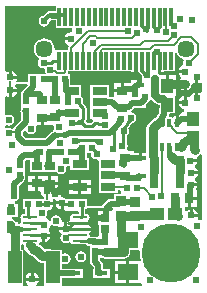
<source format=gbl>
G04*
G04 #@! TF.GenerationSoftware,Altium Limited,Altium Designer,23.3.1 (30)*
G04*
G04 Layer_Physical_Order=4*
G04 Layer_Color=16711680*
%FSLAX44Y44*%
%MOMM*%
G71*
G04*
G04 #@! TF.SameCoordinates,3788C411-BF41-4264-93CF-D4AFF9625904*
G04*
G04*
G04 #@! TF.FilePolarity,Positive*
G04*
G01*
G75*
%ADD22R,0.9000X0.8000*%
%ADD23R,0.8500X0.4500*%
%ADD24R,0.6000X0.5500*%
%ADD34C,0.2000*%
%ADD35C,0.2800*%
%ADD36C,0.2200*%
%ADD37C,0.4000*%
%ADD38C,0.3000*%
%ADD39C,0.5000*%
%ADD40C,0.6000*%
%ADD41C,0.8000*%
%ADD42C,0.6200*%
%ADD43C,1.4500*%
%ADD44C,5.0000*%
%ADD45R,0.2000X0.5500*%
%ADD47C,0.7000*%
%ADD48R,0.5500X0.6000*%
%ADD49R,1.3000X0.7000*%
%ADD50R,0.8000X2.7000*%
%ADD51R,1.0121X1.2084*%
G04:AMPARAMS|DCode=52|XSize=0.4mm|YSize=0.65mm|CornerRadius=0.05mm|HoleSize=0mm|Usage=FLASHONLY|Rotation=180.000|XOffset=0mm|YOffset=0mm|HoleType=Round|Shape=RoundedRectangle|*
%AMROUNDEDRECTD52*
21,1,0.4000,0.5500,0,0,180.0*
21,1,0.3000,0.6500,0,0,180.0*
1,1,0.1000,-0.1500,0.2750*
1,1,0.1000,0.1500,0.2750*
1,1,0.1000,0.1500,-0.2750*
1,1,0.1000,-0.1500,-0.2750*
%
%ADD52ROUNDEDRECTD52*%
%ADD53R,1.3061X1.0582*%
%ADD54R,0.7500X0.9000*%
%ADD55R,0.9062X0.9051*%
%ADD56R,1.7582X1.3555*%
%ADD57O,1.3500X0.2500*%
%ADD58R,0.5500X0.5500*%
%ADD59R,1.1500X2.7000*%
%ADD60R,1.1064X0.4156*%
%ADD61R,0.5200X0.5200*%
%ADD62R,0.7500X0.8000*%
%ADD63R,0.6500X0.6500*%
%ADD64R,0.3000X1.5000*%
%ADD65C,0.3500*%
%ADD66C,0.2500*%
G36*
X47000Y237059D02*
X42235D01*
X42235Y237059D01*
X41064Y236826D01*
X40072Y236163D01*
X40072Y236163D01*
X36920Y233011D01*
X35522Y232733D01*
X34000Y231716D01*
X32984Y230195D01*
X32627Y228400D01*
X32984Y226605D01*
X34000Y225084D01*
X35522Y224067D01*
X37317Y223710D01*
X39111Y224067D01*
X40633Y225084D01*
X41650Y226605D01*
X42007Y228400D01*
X43064Y229174D01*
X44235Y228941D01*
X47000D01*
Y223000D01*
X60443D01*
X61180Y221730D01*
X60816Y219900D01*
X60083Y219167D01*
X57882Y218730D01*
X56017Y217483D01*
X54770Y215618D01*
X54585Y214687D01*
X60083D01*
Y212147D01*
X54585D01*
X54770Y211216D01*
X56017Y209351D01*
X57527Y208342D01*
X57698Y208055D01*
X57909Y207175D01*
X57920Y206802D01*
X57645Y206390D01*
X57451Y205414D01*
Y204000D01*
X47475D01*
X46324Y204990D01*
X46325Y205000D01*
X46025Y207284D01*
X45143Y209413D01*
X43741Y211241D01*
X41913Y212643D01*
X39784Y213525D01*
X37500Y213825D01*
X35216Y213525D01*
X33087Y212643D01*
X31259Y211241D01*
X29857Y209413D01*
X28975Y207284D01*
X28674Y205000D01*
X28975Y202716D01*
X29857Y200587D01*
X31259Y198759D01*
X32828Y197556D01*
X33097Y197108D01*
X33144Y195959D01*
X32467Y194945D01*
X32110Y193150D01*
X32467Y191355D01*
X33484Y189834D01*
X35005Y188817D01*
X36800Y188460D01*
X37045Y188509D01*
X37943Y187611D01*
X37812Y186950D01*
X38169Y185155D01*
X38426Y184770D01*
X37747Y183500D01*
X23750D01*
Y179394D01*
X23672Y179000D01*
X23672Y179000D01*
Y177619D01*
X23605Y177415D01*
X22686Y176624D01*
X14303D01*
X13625Y177894D01*
X14063Y178549D01*
X14248Y179480D01*
X10095D01*
X9750Y179623D01*
X8750D01*
Y180750D01*
X7480D01*
Y186248D01*
X6549Y186063D01*
X5414Y185304D01*
X4144Y185983D01*
Y240856D01*
X47000D01*
Y237059D01*
D02*
G37*
G36*
X149857Y200587D02*
X151259Y198759D01*
X153087Y197357D01*
X154993Y196568D01*
X155387Y195835D01*
X155571Y195147D01*
X155175Y194554D01*
X154818Y192759D01*
X155002Y191831D01*
X154407Y190939D01*
X152541Y189693D01*
X151295Y187827D01*
X151110Y186896D01*
X156608D01*
Y184356D01*
X151110D01*
X151295Y183426D01*
X152541Y181560D01*
X153270Y181073D01*
Y179803D01*
X152541Y179316D01*
X151295Y177451D01*
X151110Y176520D01*
X156608D01*
Y175250D01*
X157878D01*
Y169752D01*
X158808Y169937D01*
X160674Y171184D01*
X161920Y173049D01*
X162358Y175250D01*
X162310Y175490D01*
X163453Y176254D01*
X164300Y175688D01*
X165231Y175503D01*
Y181001D01*
X167771D01*
Y175503D01*
X168701Y175688D01*
X169587Y176279D01*
X170856Y175600D01*
Y168401D01*
X169587Y167722D01*
X168701Y168314D01*
X167771Y168499D01*
Y163001D01*
X165231D01*
Y168499D01*
X164300Y168314D01*
X162435Y167067D01*
X161188Y165201D01*
X161109Y164803D01*
X159698Y164218D01*
X158808Y164813D01*
X157878Y164998D01*
Y159500D01*
X156608D01*
Y158230D01*
X151110D01*
X151295Y157299D01*
X152541Y155434D01*
X154407Y154187D01*
X155649Y153940D01*
Y151347D01*
X154407Y151100D01*
X152541Y149853D01*
X151355Y148079D01*
X151250Y148100D01*
X151020D01*
Y142250D01*
X148480D01*
Y148100D01*
X148250D01*
X147064Y147864D01*
X146058Y147192D01*
X145753Y146735D01*
X145530Y146884D01*
X144750Y147039D01*
X143725D01*
X143468Y147264D01*
X142843Y148309D01*
X143018Y149189D01*
X143748Y150208D01*
X148061D01*
Y165205D01*
X149101D01*
Y172517D01*
X141500D01*
Y173787D01*
X140230D01*
Y182369D01*
X135179D01*
X135021Y182605D01*
X133367Y183710D01*
X133592Y184960D01*
X133730D01*
Y195000D01*
X136270D01*
Y184960D01*
X139040D01*
Y186000D01*
X148000D01*
Y201751D01*
X149270Y202004D01*
X149857Y200587D01*
D02*
G37*
G36*
X116270Y184960D02*
X117148D01*
X117174Y184830D01*
X117837Y183837D01*
X119462Y182212D01*
X119767Y180681D01*
X120182Y180060D01*
X119503Y178790D01*
X118770D01*
Y174000D01*
X116230D01*
Y178790D01*
X110710D01*
Y177240D01*
X110540Y176040D01*
X104770D01*
Y169500D01*
X103500D01*
Y168230D01*
X96460D01*
Y164801D01*
X95190Y163759D01*
X95040Y163788D01*
X95040Y163788D01*
X92500D01*
Y174250D01*
X76500D01*
Y164250D01*
Y154750D01*
Y145250D01*
X78058D01*
X78443Y143980D01*
X78309Y143890D01*
X76825Y142406D01*
X73395D01*
X72341Y143461D01*
Y143808D01*
X72982Y144767D01*
X73207Y145899D01*
Y154750D01*
X72982Y155882D01*
X72341Y156841D01*
X70007Y159175D01*
X70313Y160714D01*
X69956Y162509D01*
X68939Y164031D01*
X68500Y164324D01*
Y174250D01*
X59576D01*
Y178502D01*
X59576Y178502D01*
X59266Y180063D01*
X59250Y180087D01*
Y183500D01*
X58083D01*
X57369Y184674D01*
X57370Y184770D01*
X57549Y185672D01*
Y186000D01*
X110960D01*
Y184960D01*
X113730D01*
Y195000D01*
X116270D01*
Y184960D01*
D02*
G37*
G36*
X23212Y173730D02*
X20116Y170634D01*
X20116Y170634D01*
X18866Y169384D01*
X17982Y168061D01*
X17691Y166598D01*
X17250Y165500D01*
X17250Y165500D01*
X17250Y165500D01*
Y152394D01*
X17172Y152000D01*
X17250Y151606D01*
Y148000D01*
X17422D01*
Y144280D01*
X12219Y139078D01*
X12116Y139009D01*
X11232Y137686D01*
X9888Y137437D01*
X9295Y137833D01*
X7500Y138190D01*
X5705Y137833D01*
X5414Y137638D01*
X4144Y138317D01*
Y139502D01*
X5187Y140186D01*
X5414Y140158D01*
X7164Y139810D01*
X8959Y140167D01*
X10480Y141184D01*
X11497Y142705D01*
X11854Y144500D01*
X11497Y146295D01*
X10480Y147816D01*
X8959Y148833D01*
X7164Y149190D01*
X5414Y148842D01*
X5187Y148814D01*
X4144Y149498D01*
Y164517D01*
X5414Y165196D01*
X6549Y164437D01*
X7480Y164252D01*
Y169750D01*
X8750D01*
Y170875D01*
X9750D01*
X10100Y171020D01*
X14248D01*
X14063Y171951D01*
X12874Y173730D01*
X12974Y174179D01*
X13331Y175000D01*
X22686D01*
X23212Y173730D01*
D02*
G37*
G36*
X130764Y159141D02*
X132417Y158035D01*
X134368Y157647D01*
X134939D01*
Y155583D01*
X134861Y155189D01*
X134861Y155189D01*
Y150879D01*
X133866Y149884D01*
X132982Y148561D01*
X132912Y148209D01*
X130954Y146250D01*
X130604Y146181D01*
X128785Y144965D01*
X125285Y141465D01*
X124069Y139646D01*
X123642Y137500D01*
Y117040D01*
X120270D01*
Y112250D01*
X117730D01*
Y117040D01*
X113040D01*
Y118790D01*
X108074D01*
X107395Y120060D01*
X107833Y120716D01*
X108190Y122511D01*
X107833Y124306D01*
X107000Y125553D01*
Y131747D01*
X107902Y132350D01*
X108919Y133872D01*
X109276Y135666D01*
X108919Y137461D01*
X108614Y137917D01*
X109261Y138564D01*
X109902Y139524D01*
X110127Y140655D01*
Y140777D01*
X111269Y141919D01*
X112550Y142174D01*
X114072Y143191D01*
X115089Y144712D01*
X115445Y146507D01*
X115089Y148302D01*
X114072Y149824D01*
X112550Y150840D01*
X110939Y151161D01*
X110677Y151812D01*
X110599Y152425D01*
X111634Y153116D01*
X113189Y154672D01*
X117250D01*
X117250Y154672D01*
X118507Y154922D01*
X119000D01*
X119000Y154922D01*
X120561Y155232D01*
X120588Y155250D01*
X123250D01*
Y157482D01*
X125554Y159787D01*
X125554Y159787D01*
X126034Y160505D01*
X126216Y160627D01*
X126740Y161410D01*
X126870Y161493D01*
X128318Y161586D01*
X130764Y159141D01*
D02*
G37*
G36*
X36770Y140210D02*
X42540D01*
Y140460D01*
X44716D01*
X45726Y139190D01*
X45559Y138350D01*
X45782Y137230D01*
X45020Y135784D01*
X44939Y135768D01*
X43616Y134884D01*
X37811Y129078D01*
X21689D01*
X19078Y131689D01*
Y134402D01*
X20427Y135751D01*
X21651Y135499D01*
X21791Y135318D01*
X22784Y133834D01*
X24305Y132817D01*
X26100Y132460D01*
X27895Y132817D01*
X29416Y133834D01*
X30433Y135355D01*
X30790Y137150D01*
X30433Y138945D01*
X30336Y139090D01*
X30935Y140210D01*
X34230D01*
Y146750D01*
X36770D01*
Y140210D01*
D02*
G37*
G36*
X76930Y116000D02*
X77287Y114205D01*
X78304Y112684D01*
X79825Y111667D01*
X81620Y111310D01*
X82230Y111431D01*
X83500Y110389D01*
Y102250D01*
Y92750D01*
Y83250D01*
X99500D01*
Y85076D01*
X101852D01*
X102750Y84178D01*
Y82750D01*
X102023Y81781D01*
X96219D01*
Y77809D01*
X93730D01*
X92170Y77498D01*
X90847Y76614D01*
X90847Y76614D01*
X86366Y72134D01*
X86025Y71624D01*
X73500D01*
Y77500D01*
X65000D01*
Y77500D01*
X64500D01*
Y77500D01*
X56053D01*
X55739Y77970D01*
X54217Y78987D01*
X52422Y79344D01*
X52299Y79319D01*
X51455Y80446D01*
X51561Y80980D01*
X46063D01*
Y83520D01*
X51561D01*
X51376Y84451D01*
X50129Y86316D01*
X49040Y87044D01*
Y89480D01*
X42000D01*
Y90750D01*
X40730D01*
Y97290D01*
X38040D01*
Y97540D01*
X32270D01*
Y91000D01*
X31000D01*
D01*
X32270D01*
Y84460D01*
X33807D01*
X34187Y82549D01*
X35434Y80684D01*
X36876Y79720D01*
Y78968D01*
X36750Y77750D01*
X28250D01*
Y77750D01*
X27750D01*
Y77750D01*
X19250D01*
Y69250D01*
X20696D01*
Y65054D01*
X20000D01*
X18927Y64840D01*
X18017Y64233D01*
X17409Y63323D01*
X17196Y62250D01*
X17409Y61177D01*
X17790Y60608D01*
X17932Y59750D01*
X17790Y58892D01*
X17409Y58323D01*
X17196Y57250D01*
X16047Y56519D01*
X15750Y56578D01*
X14750D01*
Y58250D01*
X13092D01*
X13083Y58295D01*
X12066Y59816D01*
X10545Y60833D01*
X9806Y60980D01*
X9931Y62250D01*
X14750D01*
Y73250D01*
X13279D01*
X12566Y74316D01*
X12511Y74354D01*
X12779Y75702D01*
X13155Y75777D01*
X14676Y76793D01*
X15693Y78315D01*
X16050Y80110D01*
X15968Y80520D01*
X16078Y81075D01*
X16078Y81075D01*
Y89061D01*
X20134Y93116D01*
X20557Y93750D01*
X21000D01*
Y94412D01*
X21018Y94439D01*
X21328Y96000D01*
X21328Y96000D01*
Y96750D01*
X21018Y98311D01*
X21000Y98338D01*
Y106606D01*
X21078Y107000D01*
X21078Y107000D01*
Y110203D01*
X21618Y110743D01*
X25000D01*
Y100500D01*
X36000D01*
Y100250D01*
X47895D01*
X47936Y100189D01*
X49458Y99172D01*
X51252Y98815D01*
X53047Y99172D01*
X54569Y100189D01*
X55586Y101710D01*
X55943Y103505D01*
X55729Y104579D01*
X55586Y105300D01*
X56651Y105959D01*
X57193Y106067D01*
X58230Y106760D01*
X59500Y106147D01*
Y102250D01*
X75500D01*
Y112250D01*
X73328D01*
Y116500D01*
X76519D01*
X76930Y116000D01*
D02*
G37*
G36*
X170856Y115205D02*
Y60401D01*
X169587Y59722D01*
X168701Y60313D01*
X167721Y60508D01*
X167235Y61682D01*
X167314Y61800D01*
X167499Y62731D01*
X162001D01*
Y64001D01*
X160731D01*
Y69499D01*
X159800Y69314D01*
X157935Y68067D01*
X157561Y67508D01*
X156291Y67893D01*
Y71210D01*
X158980D01*
Y78250D01*
X160250D01*
Y79520D01*
X166540D01*
Y85290D01*
X166418D01*
X165740Y86560D01*
X166571Y87804D01*
X166756Y88734D01*
X161258D01*
Y91274D01*
X166756D01*
X166571Y92205D01*
X165398Y93960D01*
X165251Y94373D01*
Y95389D01*
X166067Y95934D01*
X167314Y97800D01*
X167499Y98731D01*
X162001D01*
Y101271D01*
X167499D01*
X167314Y102201D01*
X166067Y104067D01*
X165063Y104738D01*
Y106265D01*
X165166Y106334D01*
X166413Y108199D01*
X166598Y109130D01*
X161100D01*
Y111670D01*
X166598D01*
X166413Y112601D01*
X166875Y113715D01*
X167396Y113819D01*
X169215Y115035D01*
X169587Y115590D01*
X170856Y115205D01*
D02*
G37*
G36*
X46282Y77457D02*
X47031Y76458D01*
X46925Y75924D01*
X52422D01*
Y74654D01*
X53692D01*
Y69153D01*
X54960Y68155D01*
Y67960D01*
X65540D01*
X66446Y67082D01*
Y65054D01*
X62000D01*
X60927Y64840D01*
X60017Y64233D01*
X59409Y63323D01*
X59196Y62250D01*
X59409Y61177D01*
X59483Y61067D01*
X59268Y59982D01*
X58605Y58991D01*
X57703Y58065D01*
X56773Y58250D01*
Y52753D01*
X55503D01*
Y51483D01*
X50005D01*
X50190Y50552D01*
X51437Y48686D01*
X52124Y48227D01*
X51167Y46795D01*
X50810Y45000D01*
X51167Y43205D01*
X52184Y41684D01*
X53705Y40667D01*
X55500Y40310D01*
X57295Y40667D01*
X58108Y41210D01*
X59303Y41180D01*
X59644Y40826D01*
X60017Y40267D01*
X60927Y39660D01*
X62000Y39446D01*
X72563D01*
X72616Y39366D01*
X73016Y38966D01*
X73016Y38966D01*
X74339Y38082D01*
X75900Y37772D01*
X76150Y36528D01*
Y29650D01*
X76172D01*
Y24750D01*
X76172Y24750D01*
X76482Y23189D01*
X77366Y21866D01*
X79172Y20061D01*
Y18328D01*
X78648D01*
Y11172D01*
X81827D01*
X82111Y10982D01*
X83672Y10672D01*
X83672Y10672D01*
X85680D01*
X87241Y10982D01*
X87525Y11172D01*
X92712D01*
Y18328D01*
X87525D01*
X87328Y18459D01*
Y21750D01*
X87018Y23311D01*
X86134Y24634D01*
X86134Y24634D01*
X84328Y26439D01*
Y27155D01*
X84631Y27940D01*
X85925Y28190D01*
X86854Y27569D01*
X89000Y27142D01*
X104500D01*
X106646Y27569D01*
X108465Y28785D01*
X108715Y29035D01*
X109931Y30854D01*
X110358Y33000D01*
Y34486D01*
X117340D01*
X118514Y33216D01*
X118418Y32000D01*
X118745Y27842D01*
X119175Y26051D01*
X118389Y25054D01*
X109520D01*
Y15737D01*
Y6419D01*
X119581D01*
X120000Y5322D01*
Y4143D01*
X52915Y4143D01*
X52000Y5413D01*
Y10672D01*
X62820D01*
X64381Y10982D01*
X64665Y11172D01*
X69852D01*
Y18328D01*
X64665D01*
X64381Y18518D01*
X62820Y18828D01*
X52000D01*
Y22481D01*
X53120Y23080D01*
X53305Y22956D01*
X55100Y22599D01*
X56895Y22956D01*
X58416Y23972D01*
X59433Y25494D01*
X59790Y27289D01*
X59433Y29084D01*
X58416Y30605D01*
X56895Y31622D01*
X55100Y31979D01*
X53305Y31622D01*
X53120Y31498D01*
X52000Y32097D01*
Y35000D01*
X43542D01*
X43000Y35108D01*
X37573D01*
X34215Y38465D01*
X33393Y39014D01*
X33296Y39312D01*
X33236Y40647D01*
X33590Y41177D01*
X34577Y41586D01*
X34799Y41437D01*
X35730Y41252D01*
Y46750D01*
X37000D01*
Y48020D01*
X42498D01*
X42313Y48951D01*
X41066Y50816D01*
Y51934D01*
X42313Y53799D01*
X42751Y56000D01*
X42738Y56061D01*
X43935Y56556D01*
X44184Y56184D01*
X45705Y55167D01*
X47500Y54810D01*
X48923Y55093D01*
X49802Y54447D01*
X50026Y54128D01*
X50005Y54023D01*
X54233D01*
Y58250D01*
X53302Y58065D01*
X53184Y57986D01*
X52041Y58750D01*
X52190Y59500D01*
X51833Y61295D01*
X50816Y62816D01*
X49295Y63833D01*
X47500Y64190D01*
X45705Y63833D01*
X44184Y62816D01*
X43167Y61295D01*
X42847Y59687D01*
X42269Y59415D01*
X41575Y59305D01*
X41066Y60066D01*
X39201Y61313D01*
X38802Y61392D01*
X38534Y62740D01*
X38675Y62835D01*
X39692Y64356D01*
X40049Y66151D01*
X39922Y66789D01*
X40884Y68275D01*
X41701Y68437D01*
X43566Y69684D01*
X44813Y71549D01*
X44998Y72480D01*
X39500D01*
Y74876D01*
X40500D01*
X40847Y75020D01*
X44998D01*
X44813Y75951D01*
X44467Y76469D01*
X45126Y77512D01*
X46282Y77457D01*
D02*
G37*
G36*
X95179Y68692D02*
X94922Y68431D01*
X94287Y67790D01*
X89770D01*
Y62000D01*
X88500D01*
Y60730D01*
X82710D01*
Y56210D01*
X83750D01*
Y47250D01*
X83750D01*
X83815Y47120D01*
X83031Y45850D01*
X80544D01*
X80150Y45928D01*
X80150Y45928D01*
X77195D01*
X77061Y46018D01*
X75616Y46305D01*
X75804Y47250D01*
X75590Y48323D01*
X75517Y48433D01*
X75732Y49518D01*
X76570Y50771D01*
X76612Y50980D01*
X67500D01*
Y53520D01*
X76612D01*
X76570Y53729D01*
X75888Y54750D01*
X76570Y55771D01*
X76612Y55980D01*
X67500D01*
Y58520D01*
X76612D01*
X76570Y58729D01*
X75732Y59982D01*
X75517Y61067D01*
X75590Y61177D01*
X75804Y62250D01*
X75590Y63323D01*
X74983Y64233D01*
X74073Y64840D01*
X73000Y65054D01*
X72054D01*
Y69000D01*
X73500D01*
Y70000D01*
X95179D01*
Y68692D01*
D02*
G37*
G36*
X19258Y39201D02*
X19955Y38785D01*
X20151Y37796D01*
X20142Y37750D01*
X20569Y35604D01*
X21785Y33785D01*
X25035Y30535D01*
X26854Y29319D01*
X27661Y29159D01*
X31285Y25535D01*
X33104Y24319D01*
X35250Y23892D01*
X37500D01*
Y5000D01*
X36585Y4143D01*
X30672D01*
X30287Y5413D01*
X31067Y5934D01*
X32313Y7800D01*
X32499Y8731D01*
X21503D01*
X21688Y7800D01*
X22935Y5934D01*
X23714Y5413D01*
X23329Y4143D01*
X20415D01*
X19500Y5413D01*
Y35000D01*
X17858D01*
Y38516D01*
X18941Y39299D01*
X19258Y39201D01*
D02*
G37*
%LPC*%
G36*
X10020Y186248D02*
Y182020D01*
X14248D01*
X14063Y182951D01*
X12816Y184816D01*
X10951Y186063D01*
X10020Y186248D01*
D02*
G37*
G36*
X149101Y182369D02*
X142770D01*
Y175057D01*
X149101D01*
Y182369D01*
D02*
G37*
G36*
X155337Y173980D02*
X151110D01*
X151295Y173049D01*
X152541Y171184D01*
X154407Y169937D01*
X155337Y169752D01*
Y173980D01*
D02*
G37*
G36*
Y164998D02*
X154407Y164813D01*
X152541Y163566D01*
X151295Y161701D01*
X151110Y160770D01*
X155337D01*
Y164998D01*
D02*
G37*
G36*
X102230Y176040D02*
X96460D01*
Y170770D01*
X102230D01*
Y176040D01*
D02*
G37*
G36*
X14248Y168480D02*
X10020D01*
Y164252D01*
X10951Y164437D01*
X12816Y165684D01*
X14063Y167549D01*
X14248Y168480D01*
D02*
G37*
G36*
X29730Y97540D02*
X23960D01*
Y92270D01*
X29730D01*
Y97540D01*
D02*
G37*
G36*
X49040Y97290D02*
X43270D01*
Y92020D01*
X49040D01*
Y97290D01*
D02*
G37*
G36*
X76540Y94290D02*
X68770D01*
Y89520D01*
X76540D01*
Y94290D01*
D02*
G37*
G36*
X66230D02*
X58460D01*
Y89520D01*
X66230D01*
Y94290D01*
D02*
G37*
G36*
X29730Y89730D02*
X23960D01*
Y84460D01*
X29730D01*
Y89730D01*
D02*
G37*
G36*
X76540Y86980D02*
X68770D01*
Y82210D01*
X76540D01*
Y86980D01*
D02*
G37*
G36*
X66230D02*
X58460D01*
Y82210D01*
X66230D01*
Y86980D01*
D02*
G37*
G36*
X166540Y76980D02*
X161520D01*
Y71210D01*
X166540D01*
Y76980D01*
D02*
G37*
G36*
X163271Y69499D02*
Y65271D01*
X167499D01*
X167314Y66201D01*
X166067Y68067D01*
X164201Y69314D01*
X163271Y69499D01*
D02*
G37*
G36*
X51152Y73383D02*
X46925D01*
X47110Y72453D01*
X48356Y70587D01*
X50222Y69341D01*
X51152Y69156D01*
Y73383D01*
D02*
G37*
G36*
X42498Y45480D02*
X38270D01*
Y41252D01*
X39201Y41437D01*
X41066Y42684D01*
X42313Y44549D01*
X42498Y45480D01*
D02*
G37*
G36*
X68250Y33440D02*
X66455Y33083D01*
X64934Y32066D01*
X63917Y30545D01*
X63560Y28750D01*
X63917Y26955D01*
X64934Y25434D01*
X66455Y24417D01*
X68250Y24060D01*
X70045Y24417D01*
X71566Y25434D01*
X72583Y26955D01*
X72940Y28750D01*
X72583Y30545D01*
X71566Y32066D01*
X70045Y33083D01*
X68250Y33440D01*
D02*
G37*
G36*
X106980Y25054D02*
X96919D01*
Y17006D01*
X106980D01*
Y25054D01*
D02*
G37*
G36*
Y14467D02*
X96919D01*
Y6419D01*
X106980D01*
Y14467D01*
D02*
G37*
G36*
X87230Y67790D02*
X82710D01*
Y63270D01*
X87230D01*
Y67790D01*
D02*
G37*
G36*
X28271Y15498D02*
Y11271D01*
X32499D01*
X32313Y12201D01*
X31067Y14067D01*
X29201Y15313D01*
X28271Y15498D01*
D02*
G37*
G36*
X25731D02*
X24800Y15313D01*
X22935Y14067D01*
X21688Y12201D01*
X21503Y11271D01*
X25731D01*
Y15498D01*
D02*
G37*
%LPD*%
D22*
X35500Y161750D02*
D03*
Y146750D02*
D03*
X46750Y162000D02*
D03*
Y147000D02*
D03*
X103500Y154500D02*
D03*
Y169500D02*
D03*
X42000Y90750D02*
D03*
Y105750D02*
D03*
X31000Y91000D02*
D03*
Y106000D02*
D03*
X106000Y112250D02*
D03*
Y97250D02*
D03*
D23*
X117500Y174000D02*
D03*
Y159000D02*
D03*
X119000Y97250D02*
D03*
Y112250D02*
D03*
D24*
X115750Y87000D02*
D03*
X107250D02*
D03*
X54750Y179250D02*
D03*
X46250D02*
D03*
X36750D02*
D03*
X28250D02*
D03*
X77750Y120750D02*
D03*
X69250D02*
D03*
X33750Y118000D02*
D03*
X42250D02*
D03*
X51250Y117750D02*
D03*
X59750D02*
D03*
D34*
X92454Y88250D02*
X93079Y87625D01*
X106625D01*
X107250Y87000D01*
X7500Y133500D02*
X8304Y134304D01*
X80000Y195000D02*
X80000Y195000D01*
X80000Y203330D02*
X85170Y208500D01*
X80000Y195000D02*
Y203330D01*
X85000Y203381D02*
X86619Y205000D01*
X85000Y195000D02*
Y203381D01*
X86619Y205000D02*
X127000D01*
X85170Y208500D02*
X118760D01*
X111787Y214302D02*
X115835Y218350D01*
X81070Y215600D02*
X82367Y214302D01*
X74346Y219761D02*
X108214D01*
X108356Y219902D01*
X82367Y214302D02*
X111787D01*
X70000Y209170D02*
X76430Y215600D01*
X70000Y195000D02*
Y209170D01*
X76430Y215600D02*
X81070D01*
X115835Y218350D02*
X116169D01*
X115750Y87000D02*
X121500D01*
X128743Y79757D01*
Y79676D02*
Y79757D01*
X8304Y134304D02*
X13179D01*
X15000Y136125D01*
X24500Y42019D02*
X24731Y42250D01*
X24500Y40000D02*
Y42019D01*
X60000Y205414D02*
X74346Y219761D01*
X145000Y226000D02*
X146553Y224447D01*
X147248Y216751D02*
X147507D01*
X142247Y211750D02*
X147248Y216751D01*
X146553Y224447D02*
X147257D01*
X159508Y192759D02*
Y193219D01*
X167250Y200961D01*
Y209039D01*
X146961Y208250D02*
X153461Y214750D01*
X161539D01*
X167250Y209039D01*
X140000Y232000D02*
X140057Y231943D01*
Y218968D02*
Y231943D01*
Y218968D02*
X140114Y218911D01*
X145000Y226000D02*
Y232000D01*
X118760Y208500D02*
X122010Y211750D01*
X142247D01*
X130250Y208250D02*
X146961D01*
X127000Y205000D02*
X130250Y208250D01*
X42502Y186950D02*
X43497Y185956D01*
X46509D01*
X163250Y129750D02*
Y129939D01*
X159189Y134000D02*
X163250Y129939D01*
X149507Y134000D02*
X159189D01*
X143250Y141000D02*
Y142250D01*
Y141000D02*
X145250Y139000D01*
Y138257D02*
Y139000D01*
Y138257D02*
X149507Y134000D01*
X136750Y115786D02*
X137000Y115535D01*
X136750Y115786D02*
Y121750D01*
X137000Y80901D02*
Y115535D01*
X136416Y80317D02*
X137000Y80901D01*
X58612Y47250D02*
X67500D01*
X56362Y45000D02*
X58612Y47250D01*
X55500Y45000D02*
X56362D01*
X60000Y195000D02*
Y205414D01*
X55000Y185672D02*
Y195000D01*
X46509Y185956D02*
X47965Y184500D01*
X53828D01*
X55000Y185672D01*
D35*
X65623Y159794D02*
X67000Y158417D01*
X59200Y169250D02*
X59546D01*
X57880Y168340D02*
X58290D01*
X57650Y168110D02*
X57716Y168044D01*
Y160254D02*
Y168044D01*
X57650Y168110D02*
X57880Y168340D01*
X65623Y159794D02*
Y160714D01*
X61250Y142150D02*
X61549Y142449D01*
X69170D01*
X70250Y145899D02*
Y154750D01*
X66136Y143650D02*
X66335Y143850D01*
X68201D02*
X70250Y145899D01*
X67000Y158000D02*
X70250Y154750D01*
X66335Y143850D02*
X68201D01*
X67000Y158000D02*
Y158417D01*
X96000Y137121D02*
Y138878D01*
X80400Y141800D02*
X82719D01*
X83068Y141451D01*
X88459D02*
X89110Y140801D01*
X96000Y120650D02*
Y137121D01*
X83068Y141451D02*
X88459D01*
X84755Y126000D02*
X85130Y126375D01*
X78050Y139450D02*
X80400Y141800D01*
X69170Y142449D02*
X72170Y139450D01*
X78050D01*
X63155Y127000D02*
X66092D01*
X63056Y126900D02*
X63155Y127000D01*
X95675Y120325D02*
X96000Y120650D01*
X103384Y136868D02*
X107170Y140655D01*
Y142002D01*
X110755Y145587D02*
Y146507D01*
X104043Y123054D02*
Y135124D01*
X103500Y122511D02*
X104043Y123054D01*
Y135124D02*
X104586Y135666D01*
X107170Y142002D02*
X110755Y145587D01*
X80330Y128000D02*
X82330Y126000D01*
X66092Y127000D02*
X67092Y128000D01*
X80330D01*
X80969Y116650D02*
X81620Y116000D01*
X116545Y96005D02*
X117006D01*
Y96756D01*
X116150Y96400D02*
X116545Y96005D01*
X117006Y96756D02*
X117500Y97250D01*
X116150Y94400D02*
Y96400D01*
X117500Y97250D02*
X119000D01*
X77750Y120750D02*
X78000D01*
X80969Y117781D01*
Y116650D02*
Y117781D01*
D36*
X36800Y193150D02*
X43019D01*
X44869Y195000D01*
X50000D01*
D37*
X46500Y132000D02*
X47816D01*
X132750Y143000D02*
X136750Y147000D01*
X132750Y141000D02*
X136750D01*
X132750D02*
Y143000D01*
X149750Y122000D02*
X152750D01*
X15750Y52500D02*
X16000Y52250D01*
X17500D01*
X149750Y121750D02*
Y122000D01*
X143250Y115250D02*
Y121750D01*
Y115250D02*
X144250Y114250D01*
X136750Y141000D02*
Y142250D01*
Y147000D01*
D38*
X132593Y202650D02*
X135000Y200243D01*
X115000Y184636D02*
Y195000D01*
Y184636D02*
X118000Y181636D01*
X131038Y202038D02*
X131981D01*
X132593Y202650D01*
X132500Y220616D02*
Y221269D01*
X132515Y220795D02*
X132536D01*
X130000Y223310D02*
Y232000D01*
Y223310D02*
X132515Y220795D01*
X132500Y221269D02*
X135000Y223769D01*
Y232000D01*
X120000Y223981D02*
X123239Y220742D01*
X124292Y219689D01*
X123239Y220742D02*
Y221400D01*
X117500Y174250D02*
X118000Y174750D01*
Y181636D01*
X120000Y186000D02*
X123525Y182475D01*
X117500Y174000D02*
Y174250D01*
X123525Y182475D02*
X124100D01*
X42235Y234000D02*
X55000D01*
X37317Y229082D02*
X42235Y234000D01*
X37317Y228400D02*
Y229082D01*
X42235Y234000D02*
X44235Y232000D01*
X123239Y221400D02*
X123495D01*
X122942Y183058D02*
X125000Y185116D01*
Y195000D01*
X135000D02*
Y200243D01*
X120000Y186000D02*
Y195000D01*
X130000Y201000D02*
X131038Y202038D01*
X123495Y221400D02*
X125000Y222906D01*
Y232000D01*
X130000Y195000D02*
Y201000D01*
X120000Y223981D02*
Y232000D01*
X44235D02*
X50000D01*
X55000D02*
Y234000D01*
D39*
X50075Y151250D02*
X51035Y150290D01*
X49750Y151250D02*
X50075D01*
X49738Y150871D02*
Y151195D01*
X57716Y160254D02*
Y167766D01*
X58290Y168340D01*
X16849Y106849D02*
X17000Y107000D01*
Y111892D01*
X19929Y114821D02*
X28500D01*
X17000Y111892D02*
X19929Y114821D01*
X17250Y96000D02*
Y96750D01*
X12000Y90750D02*
X17250Y96000D01*
X15000Y134304D02*
Y136091D01*
X92051Y133701D02*
X92350Y134000D01*
X92879D01*
X15000Y130000D02*
Y134304D01*
X74876Y134000D02*
X75175Y133701D01*
X58000Y134000D02*
X74876D01*
X75175Y133701D02*
X92051D01*
X101770Y145527D02*
X102000Y145757D01*
X101770Y142892D02*
Y145527D01*
X92879Y134000D02*
X96000Y137121D01*
X101770Y142892D01*
X21250Y152000D02*
X21500Y152250D01*
Y152500D01*
Y142591D02*
Y152250D01*
X15000Y136091D02*
Y136125D01*
Y136091D02*
X21500Y142591D01*
Y161000D02*
X21750Y161250D01*
Y166500D02*
X24500Y169250D01*
X21750Y161250D02*
Y166500D01*
X56000Y132000D02*
X58000Y134000D01*
X53711Y132000D02*
X56000D01*
X50000Y149750D02*
Y151000D01*
X47000Y146750D02*
X50000Y149750D01*
X39500Y125000D02*
X46500Y132000D01*
X35500Y146750D02*
X47000D01*
X114256Y166758D02*
X114609Y166404D01*
X114256Y166758D02*
Y172198D01*
X114227Y172227D02*
X114256Y172198D01*
X117250Y158750D02*
X117500Y159000D01*
X111500Y158750D02*
X117250D01*
X108750Y156000D02*
X111500Y158750D01*
X105000Y156000D02*
X108750D01*
X103500Y154500D02*
X105000Y156000D01*
X102000D02*
X103500Y154500D01*
X98750Y156000D02*
X102000D01*
X95040Y159710D02*
X98750Y156000D01*
X85494Y159710D02*
X95040D01*
X85454Y159750D02*
X85494Y159710D01*
X113000Y171000D02*
X114227Y172227D01*
X103500Y169500D02*
X105000Y171000D01*
X113000D01*
X103250Y169250D02*
X103500Y169500D01*
X104678Y106928D02*
Y110928D01*
X103255Y107568D02*
X103613Y107210D01*
X103255Y107568D02*
Y108005D01*
X103601D01*
X104678Y106928D01*
X107245Y96005D02*
X117006D01*
X106000Y97250D02*
X107245Y96005D01*
X114227Y172227D02*
X116000Y174000D01*
X117500D01*
X15000Y130000D02*
X20000Y125000D01*
X39500D01*
X9375Y67875D02*
X9500Y67750D01*
X9375Y67875D02*
Y70875D01*
X9250Y71000D02*
X9375Y70875D01*
X11360Y80434D02*
X12000Y81075D01*
X11360Y80110D02*
Y80434D01*
X12000Y81075D02*
Y90750D01*
X48000Y14750D02*
X62820D01*
X44750Y18000D02*
X48000Y14750D01*
X44750Y18000D02*
Y20000D01*
X80250Y32750D02*
X89000D01*
X80250D02*
Y33750D01*
Y24750D02*
Y32750D01*
X83672Y14750D02*
X85680D01*
X83250Y15172D02*
X83672Y14750D01*
X83250Y15172D02*
Y21750D01*
X80250Y24750D02*
X83250Y21750D01*
X108250Y15736D02*
X108250Y15736D01*
Y17000D01*
X102250Y75756D02*
X102500Y75506D01*
X114000D01*
X114250Y75256D01*
X100225Y73730D02*
X102250Y75756D01*
X93730Y73730D02*
X100225D01*
X89250Y69250D02*
X93730Y73730D01*
X88500Y62000D02*
X89250Y62750D01*
Y69250D01*
X76500Y57250D02*
X81000Y61750D01*
X88250D02*
X88500Y62000D01*
X81000Y61750D02*
X88250D01*
X88750Y41500D02*
X89000Y41250D01*
X88750Y41500D02*
Y51750D01*
X88500Y52000D02*
X88750Y51750D01*
X80750Y41250D02*
X89000D01*
X80250Y41750D02*
X80750Y41250D01*
X80150Y41850D02*
X80250Y41750D01*
X75900Y41850D02*
X80150D01*
X75500Y42250D02*
X75900Y41850D01*
X9500Y52750D02*
X9750Y52500D01*
X15750D01*
X117500Y159000D02*
X119000D01*
X122670Y162670D01*
Y163713D01*
X122900Y163943D01*
X160870Y89617D02*
X161258Y90004D01*
X160870Y78870D02*
Y89617D01*
X138939Y155189D02*
X141500Y157750D01*
X138939Y149189D02*
Y155189D01*
X136750Y147000D02*
X138939Y149189D01*
X141500Y173787D02*
X142733Y175020D01*
X40000Y90750D02*
X45833Y84917D01*
X39500Y84750D02*
Y90750D01*
X31000Y91000D02*
X31125Y90875D01*
X39375D01*
X31000Y106000D02*
Y114821D01*
X39500Y90750D02*
X40000D01*
X45833Y82480D02*
Y84917D01*
Y82480D02*
X46063Y82250D01*
X42375Y117875D02*
X51125D01*
X42250Y118000D02*
X42375Y117875D01*
X51125D02*
X51250Y117750D01*
X46500Y162250D02*
Y179000D01*
X28000Y179250D02*
X28250D01*
X27750Y179000D02*
X28000Y179250D01*
X27750Y172500D02*
Y179000D01*
X23000Y167750D02*
X27750Y172500D01*
X33500Y163250D02*
Y166571D01*
X22929D02*
X33500D01*
X35000Y161750D02*
X35500D01*
X33500Y163250D02*
X35000Y161750D01*
X36750Y179250D02*
X46250D01*
X55538Y169250D02*
X58330D01*
X58290Y168340D02*
Y169210D01*
X58330Y169250D01*
X46250Y179250D02*
X46500Y179000D01*
Y162250D02*
X46750Y162000D01*
X54750Y179250D02*
X55000D01*
X55250Y179000D01*
Y178750D02*
Y179000D01*
Y178750D02*
X55498Y178502D01*
Y169290D02*
Y178502D01*
Y169290D02*
X55538Y169250D01*
X35500Y146750D02*
X35500Y146750D01*
X59506Y150290D02*
X59546Y150250D01*
X51035Y150290D02*
X59506D01*
X85454Y159750D02*
X85494Y159790D01*
X117250Y97000D02*
X117500Y97250D01*
X117250Y95500D02*
Y97000D01*
X106000Y97250D02*
X106000Y97250D01*
X92454Y97750D02*
X92494Y97710D01*
X105540D01*
X106000Y97250D01*
X39375Y90875D02*
X39500Y90750D01*
X31429Y117750D02*
X33500D01*
X28500Y114821D02*
X31429Y117750D01*
X33500D02*
X33750Y118000D01*
X41750Y117750D02*
X42000Y118000D01*
X41750Y112750D02*
Y117750D01*
X40000Y105750D02*
X41500Y107250D01*
Y112500D01*
X41750Y112750D01*
X42000Y118000D02*
X42250D01*
X59750Y117750D02*
X66000D01*
X69000Y120750D01*
X69250D01*
Y108290D02*
Y120750D01*
X68210Y107250D02*
X69250Y108290D01*
X66546Y107250D02*
X68210D01*
X106000Y112250D02*
X119000D01*
X153037Y145787D02*
X163250D01*
X149750Y142500D02*
X153037Y145787D01*
X149750Y142250D02*
Y142500D01*
X160250Y78250D02*
X160870Y78870D01*
X52388Y88250D02*
X66546D01*
X46388Y82250D02*
X52388Y88250D01*
X46063Y82250D02*
X46388D01*
X104678Y110928D02*
X106000Y112250D01*
D40*
X8788Y53462D02*
X9500Y52750D01*
X8788Y53462D02*
Y56462D01*
X8750Y56500D02*
X8788Y56462D01*
X24500Y39000D02*
X25750Y37750D01*
X24500Y39000D02*
Y40000D01*
D41*
X142561Y175250D02*
X156608D01*
X142561Y175020D02*
Y175250D01*
X35250Y29500D02*
X43000D01*
X29000Y34500D02*
X30250D01*
X35250Y29500D01*
X25750Y37750D02*
X29000Y34500D01*
X114250Y63244D02*
X115003Y63997D01*
X131986D01*
X132739Y64750D01*
X102250Y63744D02*
X102500Y63494D01*
X114000D01*
X114250Y63244D01*
X101959Y63453D02*
X102250Y63744D01*
X101959Y47041D02*
Y63453D01*
X106236Y42764D02*
X108250D01*
X101959Y47041D02*
X106236Y42764D01*
X104750Y39264D02*
X108250Y42764D01*
X104750Y33000D02*
Y39264D01*
X89000Y32750D02*
X104500D01*
X104750Y33000D01*
X44750Y20000D02*
Y27750D01*
X43000Y29500D02*
X44750Y27750D01*
X9750Y52500D02*
X12250Y50000D01*
Y20000D02*
Y50000D01*
X149000Y64750D02*
X150250Y63500D01*
X148250Y65500D02*
X149000Y64750D01*
X148250Y65500D02*
Y78250D01*
X148261Y64750D02*
X149000D01*
X163250Y129750D02*
X164311Y128689D01*
Y119939D02*
Y128689D01*
Y119939D02*
X165250Y119000D01*
X155250Y124500D02*
Y125064D01*
X163250Y128769D02*
Y129750D01*
X162189Y127708D02*
X163250Y128769D01*
X157894Y127708D02*
X162189D01*
X155250Y125064D02*
X157894Y127708D01*
X152750Y122000D02*
X155250Y124500D01*
X148000Y110500D02*
X152500D01*
Y101000D02*
Y110500D01*
X144250Y114250D02*
X148000Y110500D01*
X129250Y114093D02*
Y137500D01*
X132750Y141000D01*
X130500Y101000D02*
Y112843D01*
X129250Y114093D02*
X130500Y112843D01*
D42*
X8750Y180750D02*
D03*
Y169750D02*
D03*
X39500Y84750D02*
D03*
Y73750D02*
D03*
X57716Y160254D02*
D03*
X65623Y160714D02*
D03*
X61250Y142150D02*
D03*
X50249Y138350D02*
D03*
X89000Y148500D02*
D03*
X89110Y140801D02*
D03*
X84755Y126000D02*
D03*
X63056Y126900D02*
D03*
X104586Y135666D02*
D03*
X102000Y145757D02*
D03*
X50991Y125442D02*
D03*
X50000Y151000D02*
D03*
X55398Y110400D02*
D03*
X103500Y122511D02*
D03*
X95675Y120325D02*
D03*
X51252Y103505D02*
D03*
X81620Y116000D02*
D03*
X26100Y137150D02*
D03*
X7500Y133500D02*
D03*
X110755Y146507D02*
D03*
X108356Y219902D02*
D03*
X78750Y210000D02*
D03*
X116169Y218350D02*
D03*
X132593Y202650D02*
D03*
X132536Y220795D02*
D03*
X123239Y221400D02*
D03*
X114609Y166404D02*
D03*
X103255Y108005D02*
D03*
X128743Y79676D02*
D03*
X117006Y96005D02*
D03*
X156608Y185627D02*
D03*
Y175250D02*
D03*
Y145787D02*
D03*
Y159500D02*
D03*
X124100Y182475D02*
D03*
X126750Y9000D02*
D03*
X165750Y9250D02*
D03*
X166501Y181001D02*
D03*
Y163001D02*
D03*
X162001Y100001D02*
D03*
Y64001D02*
D03*
X166501Y55001D02*
D03*
X27001Y10001D02*
D03*
X55503Y52753D02*
D03*
X55100Y27289D02*
D03*
X68250Y28750D02*
D03*
X119507Y54177D02*
D03*
X9250Y71000D02*
D03*
X131417Y179000D02*
D03*
X8750Y56500D02*
D03*
X37000Y46750D02*
D03*
X10000Y123250D02*
D03*
X7164Y144500D02*
D03*
X7228Y102500D02*
D03*
X11360Y80110D02*
D03*
X52422Y74654D02*
D03*
X161100Y110400D02*
D03*
X37000Y56000D02*
D03*
X47500Y59500D02*
D03*
X35359Y66151D02*
D03*
X108250Y17000D02*
D03*
X66567Y219900D02*
D03*
X60083Y213417D02*
D03*
X37317Y228400D02*
D03*
X152037Y230547D02*
D03*
X147257Y224447D02*
D03*
X147507Y216751D02*
D03*
X162750Y229299D02*
D03*
X159508Y192759D02*
D03*
X140114Y218911D02*
D03*
X122900Y163943D02*
D03*
X42502Y186950D02*
D03*
X36800Y193150D02*
D03*
X150250Y63500D02*
D03*
X165250Y119000D02*
D03*
X161258Y90004D02*
D03*
X55500Y45000D02*
D03*
X136416Y80317D02*
D03*
X46063Y82250D02*
D03*
D43*
X157500Y205000D02*
D03*
X37500D02*
D03*
D44*
X145000Y32000D02*
D03*
D45*
X8750Y175249D02*
D03*
X39500Y79250D02*
D03*
D47*
X134368Y162745D02*
X137486D01*
X131417Y165697D02*
X134368Y162745D01*
X137486D02*
X141500Y158731D01*
X131417Y165697D02*
Y179000D01*
X141500Y157750D02*
Y158731D01*
D48*
X16750Y106750D02*
D03*
Y98250D02*
D03*
X21500Y161000D02*
D03*
Y152500D02*
D03*
X89000Y32750D02*
D03*
Y41250D02*
D03*
D49*
X84500Y150250D02*
D03*
X91500Y88250D02*
D03*
Y107250D02*
D03*
Y97750D02*
D03*
X67500Y88250D02*
D03*
Y107250D02*
D03*
X84500Y169250D02*
D03*
Y159750D02*
D03*
X60500Y150250D02*
D03*
Y169250D02*
D03*
D50*
X130500Y101000D02*
D03*
X152500D02*
D03*
D51*
X141500Y157750D02*
D03*
Y173787D02*
D03*
X163250Y129750D02*
D03*
Y145787D02*
D03*
D52*
X136750Y142250D02*
D03*
X143250D02*
D03*
X149750D02*
D03*
Y121750D02*
D03*
X143250D02*
D03*
X136750D02*
D03*
D53*
X132739Y64750D02*
D03*
X148261D02*
D03*
D54*
X148250Y78250D02*
D03*
X160250D02*
D03*
D55*
X102250Y63744D02*
D03*
Y75756D02*
D03*
X114250Y63244D02*
D03*
Y75256D02*
D03*
D56*
X108250Y42764D02*
D03*
Y15736D02*
D03*
D57*
X67500Y62250D02*
D03*
Y57250D02*
D03*
Y52250D02*
D03*
Y47250D02*
D03*
Y42250D02*
D03*
X25500Y62250D02*
D03*
Y57250D02*
D03*
Y52250D02*
D03*
Y47250D02*
D03*
Y42250D02*
D03*
D58*
X32500Y73500D02*
D03*
X23500D02*
D03*
X60250Y73250D02*
D03*
X69250D02*
D03*
D59*
X12250Y20000D02*
D03*
X44750D02*
D03*
D60*
X62820Y14750D02*
D03*
X85680D02*
D03*
D61*
X80250Y33750D02*
D03*
Y41750D02*
D03*
D62*
X9500Y52750D02*
D03*
Y67750D02*
D03*
D63*
X88500Y52000D02*
D03*
Y62000D02*
D03*
D64*
X50000Y195000D02*
D03*
Y232000D02*
D03*
X55000Y195000D02*
D03*
Y232000D02*
D03*
X60000Y195000D02*
D03*
Y232000D02*
D03*
X65000Y195000D02*
D03*
Y232000D02*
D03*
X70000Y195000D02*
D03*
Y232000D02*
D03*
X75000Y195000D02*
D03*
Y232000D02*
D03*
X80000Y195000D02*
D03*
Y232000D02*
D03*
X85000Y195000D02*
D03*
Y232000D02*
D03*
X90000Y195000D02*
D03*
Y232000D02*
D03*
X95000Y195000D02*
D03*
Y232000D02*
D03*
X100000Y195000D02*
D03*
Y232000D02*
D03*
X105000Y195000D02*
D03*
Y232000D02*
D03*
X110000Y195000D02*
D03*
Y232000D02*
D03*
X115000Y195000D02*
D03*
Y232000D02*
D03*
X120000Y195000D02*
D03*
Y232000D02*
D03*
X125000Y195000D02*
D03*
Y232000D02*
D03*
X130000Y195000D02*
D03*
Y232000D02*
D03*
X135000Y195000D02*
D03*
Y232000D02*
D03*
X140000Y195000D02*
D03*
Y232000D02*
D03*
X145000Y195000D02*
D03*
Y232000D02*
D03*
D65*
X53711Y132000D02*
X53745Y131965D01*
X47816Y132000D02*
X53711D01*
D66*
X58211Y52753D02*
X66997D01*
X67500Y57250D02*
X76500D01*
X62000D02*
X67500D01*
X57500D02*
X62000D01*
X58211Y53460D02*
X62000Y57250D01*
X56211Y53460D02*
X58211D01*
X55503Y52753D02*
X56211Y53460D01*
X57456Y57294D02*
X57500Y57250D01*
X55503Y52753D02*
X66997D01*
X67500Y52250D01*
X25500Y47250D02*
X36500D01*
X37000Y46750D01*
X59548Y73952D02*
X60250Y73250D01*
X53124Y73952D02*
X59548D01*
X52422Y74654D02*
X53124Y73952D01*
X25500Y57250D02*
X34749D01*
X35999Y56000D01*
X37000D01*
X76500Y57250D02*
X76500Y57250D01*
X67500Y42250D02*
X75500D01*
X75500Y42250D01*
X69250Y62250D02*
Y73250D01*
X67500Y62250D02*
X69250D01*
X32500Y73500D02*
X32625Y73625D01*
X39375D01*
X39500Y73750D01*
X23500Y62250D02*
Y73500D01*
Y62250D02*
X25500D01*
X24731Y42250D02*
X25500D01*
X17500Y52250D02*
X25500D01*
X17500Y52250D02*
X17500Y52250D01*
M02*

</source>
